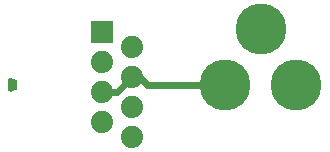
<source format=gbl>
G75*
G70*
%OFA0B0*%
%FSLAX24Y24*%
%IPPOS*%
%LPD*%
%AMOC8*
5,1,8,0,0,1.08239X$1,22.5*
%
%ADD10C,0.0740*%
%ADD11R,0.0740X0.0740*%
%ADD12C,0.1700*%
%ADD13C,0.0000*%
%ADD14C,0.0001*%
%ADD15C,0.0240*%
D10*
X006892Y001890D03*
X007892Y001390D03*
X007892Y002390D03*
X006892Y002890D03*
X007892Y003390D03*
X006892Y003890D03*
X007892Y004390D03*
D11*
X006892Y004890D03*
D12*
X010998Y003140D03*
X013360Y003140D03*
X012179Y004990D03*
D13*
X004016Y003296D02*
X004016Y003044D01*
X004016Y003012D01*
X003988Y003004D01*
X003961Y002992D01*
X003929Y002984D01*
X003902Y002973D01*
X003874Y002961D01*
X003847Y002953D01*
X003819Y002941D01*
X003796Y002953D01*
X003768Y002965D01*
X003744Y002977D01*
X003744Y003335D01*
X003768Y003343D01*
X003796Y003355D01*
X003819Y003366D01*
X003847Y003355D01*
X003874Y003347D01*
X003902Y003335D01*
X003929Y003327D01*
X003961Y003315D01*
X003988Y003303D01*
X004016Y003296D01*
D14*
X004016Y003295D02*
X003744Y003295D01*
X003744Y003296D02*
X004015Y003296D01*
X004016Y003294D02*
X003744Y003294D01*
X003744Y003293D02*
X004016Y003293D01*
X004016Y003292D02*
X003744Y003292D01*
X003744Y003291D02*
X004016Y003291D01*
X004016Y003290D02*
X003744Y003290D01*
X003744Y003289D02*
X004016Y003289D01*
X004016Y003288D02*
X003744Y003288D01*
X003744Y003287D02*
X004016Y003287D01*
X004016Y003286D02*
X003744Y003286D01*
X003744Y003285D02*
X004016Y003285D01*
X004016Y003284D02*
X003744Y003284D01*
X003744Y003283D02*
X004016Y003283D01*
X004016Y003282D02*
X003744Y003282D01*
X003744Y003281D02*
X004016Y003281D01*
X004016Y003280D02*
X003744Y003280D01*
X003744Y003279D02*
X004016Y003279D01*
X004016Y003278D02*
X003744Y003278D01*
X003744Y003277D02*
X004016Y003277D01*
X004016Y003276D02*
X003744Y003276D01*
X003744Y003275D02*
X004016Y003275D01*
X004016Y003274D02*
X003744Y003274D01*
X003744Y003273D02*
X004016Y003273D01*
X004016Y003272D02*
X003744Y003272D01*
X003744Y003271D02*
X004016Y003271D01*
X004016Y003270D02*
X003744Y003270D01*
X003744Y003269D02*
X004016Y003269D01*
X004016Y003268D02*
X003744Y003268D01*
X003744Y003267D02*
X004016Y003267D01*
X004016Y003266D02*
X003744Y003266D01*
X003744Y003265D02*
X004016Y003265D01*
X004016Y003264D02*
X003744Y003264D01*
X003744Y003263D02*
X004016Y003263D01*
X004016Y003262D02*
X003744Y003262D01*
X003744Y003261D02*
X004016Y003261D01*
X004016Y003260D02*
X003744Y003260D01*
X003744Y003259D02*
X004016Y003259D01*
X004016Y003258D02*
X003744Y003258D01*
X003744Y003257D02*
X004016Y003257D01*
X004016Y003256D02*
X003744Y003256D01*
X003744Y003255D02*
X004016Y003255D01*
X004016Y003254D02*
X003744Y003254D01*
X003744Y003253D02*
X004016Y003253D01*
X004016Y003252D02*
X003744Y003252D01*
X003744Y003251D02*
X004016Y003251D01*
X004016Y003250D02*
X003744Y003250D01*
X003744Y003249D02*
X004016Y003249D01*
X004016Y003248D02*
X003744Y003248D01*
X003744Y003247D02*
X004016Y003247D01*
X004016Y003246D02*
X003744Y003246D01*
X003744Y003245D02*
X004016Y003245D01*
X004016Y003244D02*
X003744Y003244D01*
X003744Y003243D02*
X004016Y003243D01*
X004016Y003242D02*
X003744Y003242D01*
X003744Y003241D02*
X004016Y003241D01*
X004016Y003240D02*
X003744Y003240D01*
X003744Y003239D02*
X004016Y003239D01*
X004016Y003238D02*
X003744Y003238D01*
X003744Y003237D02*
X004016Y003237D01*
X004016Y003236D02*
X003744Y003236D01*
X003744Y003235D02*
X004016Y003235D01*
X004016Y003234D02*
X003744Y003234D01*
X003744Y003233D02*
X004016Y003233D01*
X004016Y003232D02*
X003744Y003232D01*
X003744Y003231D02*
X004016Y003231D01*
X004016Y003230D02*
X003744Y003230D01*
X003744Y003229D02*
X004016Y003229D01*
X004016Y003228D02*
X003744Y003228D01*
X003744Y003227D02*
X004016Y003227D01*
X004016Y003226D02*
X003744Y003226D01*
X003744Y003225D02*
X004016Y003225D01*
X004016Y003224D02*
X003744Y003224D01*
X003744Y003223D02*
X004016Y003223D01*
X004016Y003222D02*
X003744Y003222D01*
X003744Y003221D02*
X004016Y003221D01*
X004016Y003220D02*
X003744Y003220D01*
X003744Y003219D02*
X004016Y003219D01*
X004016Y003218D02*
X003744Y003218D01*
X003744Y003217D02*
X004016Y003217D01*
X004016Y003216D02*
X003744Y003216D01*
X003744Y003215D02*
X004016Y003215D01*
X004016Y003214D02*
X003744Y003214D01*
X003744Y003213D02*
X004016Y003213D01*
X004016Y003212D02*
X003744Y003212D01*
X003744Y003211D02*
X004016Y003211D01*
X004016Y003210D02*
X003744Y003210D01*
X003744Y003209D02*
X004016Y003209D01*
X004016Y003208D02*
X003744Y003208D01*
X003744Y003207D02*
X004016Y003207D01*
X004016Y003206D02*
X003744Y003206D01*
X003744Y003205D02*
X004016Y003205D01*
X004016Y003204D02*
X003744Y003204D01*
X003744Y003203D02*
X004016Y003203D01*
X004016Y003202D02*
X003744Y003202D01*
X003744Y003201D02*
X004016Y003201D01*
X004016Y003200D02*
X003744Y003200D01*
X003744Y003199D02*
X004016Y003199D01*
X004016Y003198D02*
X003744Y003198D01*
X003744Y003197D02*
X004016Y003197D01*
X004016Y003196D02*
X003744Y003196D01*
X003744Y003195D02*
X004016Y003195D01*
X004016Y003194D02*
X003744Y003194D01*
X003744Y003193D02*
X004016Y003193D01*
X004016Y003192D02*
X003744Y003192D01*
X003744Y003191D02*
X004016Y003191D01*
X004016Y003190D02*
X003744Y003190D01*
X003744Y003189D02*
X004016Y003189D01*
X004016Y003188D02*
X003744Y003188D01*
X003744Y003187D02*
X004016Y003187D01*
X004016Y003186D02*
X003744Y003186D01*
X003744Y003185D02*
X004016Y003185D01*
X004016Y003184D02*
X003744Y003184D01*
X003744Y003183D02*
X004016Y003183D01*
X004016Y003182D02*
X003744Y003182D01*
X003744Y003181D02*
X004016Y003181D01*
X004016Y003180D02*
X003744Y003180D01*
X003744Y003179D02*
X004016Y003179D01*
X004016Y003178D02*
X003744Y003178D01*
X003744Y003177D02*
X004016Y003177D01*
X004016Y003176D02*
X003744Y003176D01*
X003744Y003175D02*
X004016Y003175D01*
X004016Y003174D02*
X003744Y003174D01*
X003744Y003173D02*
X004016Y003173D01*
X004016Y003172D02*
X003744Y003172D01*
X003744Y003171D02*
X004016Y003171D01*
X004016Y003170D02*
X003744Y003170D01*
X003744Y003169D02*
X004016Y003169D01*
X004016Y003168D02*
X003744Y003168D01*
X003744Y003167D02*
X004016Y003167D01*
X004016Y003166D02*
X003744Y003166D01*
X003744Y003165D02*
X004016Y003165D01*
X004016Y003164D02*
X003744Y003164D01*
X003744Y003163D02*
X004016Y003163D01*
X004016Y003162D02*
X003744Y003162D01*
X003744Y003161D02*
X004016Y003161D01*
X004016Y003160D02*
X003744Y003160D01*
X003744Y003159D02*
X004016Y003159D01*
X004016Y003158D02*
X003744Y003158D01*
X003744Y003157D02*
X004016Y003157D01*
X004016Y003156D02*
X003744Y003156D01*
X003744Y003155D02*
X004016Y003155D01*
X004016Y003154D02*
X003744Y003154D01*
X003744Y003153D02*
X004016Y003153D01*
X004016Y003152D02*
X003744Y003152D01*
X003744Y003151D02*
X004016Y003151D01*
X004016Y003150D02*
X003744Y003150D01*
X003744Y003149D02*
X004016Y003149D01*
X004016Y003148D02*
X003744Y003148D01*
X003744Y003147D02*
X004016Y003147D01*
X004016Y003146D02*
X003744Y003146D01*
X003744Y003145D02*
X004016Y003145D01*
X004016Y003144D02*
X003744Y003144D01*
X003744Y003143D02*
X004016Y003143D01*
X004016Y003142D02*
X003744Y003142D01*
X003744Y003141D02*
X004016Y003141D01*
X004016Y003140D02*
X003744Y003140D01*
X003744Y003139D02*
X004016Y003139D01*
X004016Y003138D02*
X003744Y003138D01*
X003744Y003137D02*
X004016Y003137D01*
X004016Y003136D02*
X003744Y003136D01*
X003744Y003135D02*
X004016Y003135D01*
X004016Y003134D02*
X003744Y003134D01*
X003744Y003133D02*
X004016Y003133D01*
X004016Y003132D02*
X003744Y003132D01*
X003744Y003131D02*
X004016Y003131D01*
X004016Y003130D02*
X003744Y003130D01*
X003744Y003129D02*
X004016Y003129D01*
X004016Y003128D02*
X003744Y003128D01*
X003744Y003127D02*
X004016Y003127D01*
X004016Y003126D02*
X003744Y003126D01*
X003744Y003125D02*
X004016Y003125D01*
X004016Y003124D02*
X003744Y003124D01*
X003744Y003123D02*
X004016Y003123D01*
X004016Y003122D02*
X003744Y003122D01*
X003744Y003121D02*
X004016Y003121D01*
X004016Y003120D02*
X003744Y003120D01*
X003744Y003119D02*
X004016Y003119D01*
X004016Y003118D02*
X003744Y003118D01*
X003744Y003117D02*
X004016Y003117D01*
X004016Y003116D02*
X003744Y003116D01*
X003744Y003115D02*
X004016Y003115D01*
X004016Y003114D02*
X003744Y003114D01*
X003744Y003113D02*
X004016Y003113D01*
X004016Y003112D02*
X003744Y003112D01*
X003744Y003111D02*
X004016Y003111D01*
X004016Y003110D02*
X003744Y003110D01*
X003744Y003109D02*
X004016Y003109D01*
X004016Y003108D02*
X003744Y003108D01*
X003744Y003107D02*
X004016Y003107D01*
X004016Y003106D02*
X003744Y003106D01*
X003744Y003105D02*
X004016Y003105D01*
X004016Y003104D02*
X003744Y003104D01*
X003744Y003103D02*
X004016Y003103D01*
X004016Y003102D02*
X003744Y003102D01*
X003744Y003101D02*
X004016Y003101D01*
X004016Y003100D02*
X003744Y003100D01*
X003744Y003099D02*
X004016Y003099D01*
X004016Y003098D02*
X003744Y003098D01*
X003744Y003097D02*
X004016Y003097D01*
X004016Y003096D02*
X003744Y003096D01*
X003744Y003095D02*
X004016Y003095D01*
X004016Y003094D02*
X003744Y003094D01*
X003744Y003093D02*
X004016Y003093D01*
X004016Y003092D02*
X003744Y003092D01*
X003744Y003091D02*
X004016Y003091D01*
X004016Y003090D02*
X003744Y003090D01*
X003744Y003089D02*
X004016Y003089D01*
X004016Y003088D02*
X003744Y003088D01*
X003744Y003087D02*
X004016Y003087D01*
X004016Y003086D02*
X003744Y003086D01*
X003744Y003085D02*
X004016Y003085D01*
X004016Y003084D02*
X003744Y003084D01*
X003744Y003083D02*
X004016Y003083D01*
X004016Y003082D02*
X003744Y003082D01*
X003744Y003081D02*
X004016Y003081D01*
X004016Y003080D02*
X003744Y003080D01*
X003744Y003079D02*
X004016Y003079D01*
X004016Y003078D02*
X003744Y003078D01*
X003744Y003077D02*
X004016Y003077D01*
X004016Y003076D02*
X003744Y003076D01*
X003744Y003075D02*
X004016Y003075D01*
X004016Y003074D02*
X003744Y003074D01*
X003744Y003073D02*
X004016Y003073D01*
X004016Y003072D02*
X003744Y003072D01*
X003744Y003071D02*
X004016Y003071D01*
X004016Y003070D02*
X003744Y003070D01*
X003744Y003069D02*
X004016Y003069D01*
X004016Y003068D02*
X003744Y003068D01*
X003744Y003067D02*
X004016Y003067D01*
X004016Y003066D02*
X003744Y003066D01*
X003744Y003065D02*
X004016Y003065D01*
X004016Y003064D02*
X003744Y003064D01*
X003744Y003063D02*
X004016Y003063D01*
X004016Y003062D02*
X003744Y003062D01*
X003744Y003061D02*
X004016Y003061D01*
X004016Y003060D02*
X003744Y003060D01*
X003744Y003059D02*
X004016Y003059D01*
X004016Y003058D02*
X003744Y003058D01*
X003744Y003057D02*
X004016Y003057D01*
X004016Y003056D02*
X003744Y003056D01*
X003744Y003055D02*
X004016Y003055D01*
X004016Y003054D02*
X003744Y003054D01*
X003744Y003053D02*
X004016Y003053D01*
X004016Y003052D02*
X003744Y003052D01*
X003744Y003051D02*
X004016Y003051D01*
X004016Y003050D02*
X003744Y003050D01*
X003744Y003049D02*
X004016Y003049D01*
X004016Y003048D02*
X003744Y003048D01*
X003744Y003047D02*
X004016Y003047D01*
X004016Y003046D02*
X003744Y003046D01*
X003744Y003045D02*
X004016Y003045D01*
X004016Y003044D02*
X003744Y003044D01*
X003744Y003043D02*
X004016Y003043D01*
X004016Y003042D02*
X003744Y003042D01*
X003744Y003041D02*
X004016Y003041D01*
X004016Y003040D02*
X003744Y003040D01*
X003744Y003039D02*
X004016Y003039D01*
X004016Y003038D02*
X003744Y003038D01*
X003744Y003037D02*
X004016Y003037D01*
X004016Y003036D02*
X003744Y003036D01*
X003744Y003035D02*
X004016Y003035D01*
X004016Y003034D02*
X003744Y003034D01*
X003744Y003033D02*
X004016Y003033D01*
X004016Y003032D02*
X003744Y003032D01*
X003744Y003031D02*
X004016Y003031D01*
X004016Y003030D02*
X003744Y003030D01*
X003744Y003029D02*
X004016Y003029D01*
X004016Y003028D02*
X003744Y003028D01*
X003744Y003027D02*
X004016Y003027D01*
X004016Y003026D02*
X003744Y003026D01*
X003744Y003025D02*
X004016Y003025D01*
X004016Y003024D02*
X003744Y003024D01*
X003744Y003023D02*
X004016Y003023D01*
X004016Y003022D02*
X003744Y003022D01*
X003744Y003021D02*
X004016Y003021D01*
X004016Y003020D02*
X003744Y003020D01*
X003744Y003019D02*
X004016Y003019D01*
X004016Y003018D02*
X003744Y003018D01*
X003744Y003017D02*
X004016Y003017D01*
X004016Y003016D02*
X003744Y003016D01*
X003744Y003015D02*
X004016Y003015D01*
X004016Y003014D02*
X003744Y003014D01*
X003744Y003013D02*
X004016Y003013D01*
X004016Y003012D02*
X003744Y003012D01*
X003744Y003011D02*
X004013Y003011D01*
X004009Y003010D02*
X003744Y003010D01*
X003744Y003009D02*
X004006Y003009D01*
X004002Y003008D02*
X003744Y003008D01*
X003744Y003007D02*
X003999Y003007D01*
X003995Y003006D02*
X003744Y003006D01*
X003744Y003005D02*
X003992Y003005D01*
X003988Y003004D02*
X003744Y003004D01*
X003744Y003003D02*
X003986Y003003D01*
X003984Y003002D02*
X003744Y003002D01*
X003744Y003001D02*
X003981Y003001D01*
X003979Y003000D02*
X003744Y003000D01*
X003744Y002999D02*
X003977Y002999D01*
X003974Y002998D02*
X003744Y002998D01*
X003744Y002997D02*
X003972Y002997D01*
X003970Y002996D02*
X003744Y002996D01*
X003744Y002995D02*
X003967Y002995D01*
X003965Y002994D02*
X003744Y002994D01*
X003744Y002993D02*
X003963Y002993D01*
X003960Y002992D02*
X003744Y002992D01*
X003744Y002991D02*
X003956Y002991D01*
X003952Y002990D02*
X003744Y002990D01*
X003744Y002989D02*
X003948Y002989D01*
X003944Y002988D02*
X003744Y002988D01*
X003744Y002987D02*
X003940Y002987D01*
X003936Y002986D02*
X003744Y002986D01*
X003744Y002985D02*
X003932Y002985D01*
X003929Y002984D02*
X003744Y002984D01*
X003744Y002983D02*
X003926Y002983D01*
X003924Y002982D02*
X003744Y002982D01*
X003744Y002981D02*
X003922Y002981D01*
X003919Y002980D02*
X003744Y002980D01*
X003744Y002979D02*
X003917Y002979D01*
X003915Y002978D02*
X003744Y002978D01*
X003744Y002977D02*
X003912Y002977D01*
X003910Y002976D02*
X003745Y002976D01*
X003747Y002975D02*
X003908Y002975D01*
X003905Y002974D02*
X003749Y002974D01*
X003751Y002973D02*
X003903Y002973D01*
X003901Y002972D02*
X003753Y002972D01*
X003755Y002971D02*
X003898Y002971D01*
X003896Y002970D02*
X003757Y002970D01*
X003759Y002969D02*
X003894Y002969D01*
X003891Y002968D02*
X003761Y002968D01*
X003763Y002967D02*
X003889Y002967D01*
X003887Y002966D02*
X003765Y002966D01*
X003767Y002965D02*
X003884Y002965D01*
X003882Y002964D02*
X003769Y002964D01*
X003772Y002963D02*
X003880Y002963D01*
X003877Y002962D02*
X003774Y002962D01*
X003776Y002961D02*
X003875Y002961D01*
X003872Y002960D02*
X003779Y002960D01*
X003781Y002959D02*
X003868Y002959D01*
X003865Y002958D02*
X003783Y002958D01*
X003786Y002957D02*
X003862Y002957D01*
X003858Y002956D02*
X003788Y002956D01*
X003790Y002955D02*
X003855Y002955D01*
X003851Y002954D02*
X003793Y002954D01*
X003795Y002953D02*
X003848Y002953D01*
X003845Y002952D02*
X003797Y002952D01*
X003799Y002951D02*
X003843Y002951D01*
X003840Y002950D02*
X003801Y002950D01*
X003803Y002949D02*
X003838Y002949D01*
X003836Y002948D02*
X003805Y002948D01*
X003807Y002947D02*
X003833Y002947D01*
X003831Y002946D02*
X003809Y002946D01*
X003811Y002945D02*
X003829Y002945D01*
X003826Y002944D02*
X003813Y002944D01*
X003815Y002943D02*
X003824Y002943D01*
X003822Y002942D02*
X003817Y002942D01*
X003819Y002941D02*
X003819Y002941D01*
X003744Y003297D02*
X004011Y003297D01*
X004008Y003298D02*
X003744Y003298D01*
X003744Y003299D02*
X004004Y003299D01*
X004001Y003300D02*
X003744Y003300D01*
X003744Y003301D02*
X003997Y003301D01*
X003994Y003302D02*
X003744Y003302D01*
X003744Y003303D02*
X003990Y003303D01*
X003987Y003304D02*
X003744Y003304D01*
X003744Y003305D02*
X003985Y003305D01*
X003983Y003306D02*
X003744Y003306D01*
X003744Y003307D02*
X003980Y003307D01*
X003978Y003308D02*
X003744Y003308D01*
X003744Y003309D02*
X003976Y003309D01*
X003973Y003310D02*
X003744Y003310D01*
X003744Y003311D02*
X003971Y003311D01*
X003969Y003312D02*
X003744Y003312D01*
X003744Y003313D02*
X003966Y003313D01*
X003964Y003314D02*
X003744Y003314D01*
X003744Y003315D02*
X003962Y003315D01*
X003959Y003316D02*
X003744Y003316D01*
X003744Y003317D02*
X003956Y003317D01*
X003954Y003318D02*
X003744Y003318D01*
X003744Y003319D02*
X003951Y003319D01*
X003948Y003320D02*
X003744Y003320D01*
X003744Y003321D02*
X003946Y003321D01*
X003943Y003322D02*
X003744Y003322D01*
X003744Y003323D02*
X003940Y003323D01*
X003938Y003324D02*
X003744Y003324D01*
X003744Y003325D02*
X003935Y003325D01*
X003932Y003326D02*
X003744Y003326D01*
X003744Y003327D02*
X003930Y003327D01*
X003926Y003328D02*
X003744Y003328D01*
X003744Y003329D02*
X003923Y003329D01*
X003919Y003330D02*
X003744Y003330D01*
X003744Y003331D02*
X003916Y003331D01*
X003912Y003332D02*
X003744Y003332D01*
X003744Y003333D02*
X003909Y003333D01*
X003905Y003334D02*
X003744Y003334D01*
X003744Y003335D02*
X003902Y003335D01*
X003900Y003336D02*
X003747Y003336D01*
X003750Y003337D02*
X003897Y003337D01*
X003895Y003338D02*
X003753Y003338D01*
X003756Y003339D02*
X003893Y003339D01*
X003890Y003340D02*
X003759Y003340D01*
X003762Y003341D02*
X003888Y003341D01*
X003886Y003342D02*
X003765Y003342D01*
X003768Y003343D02*
X003883Y003343D01*
X003881Y003344D02*
X003770Y003344D01*
X003773Y003345D02*
X003879Y003345D01*
X003876Y003346D02*
X003775Y003346D01*
X003777Y003347D02*
X003874Y003347D01*
X003870Y003348D02*
X003780Y003348D01*
X003782Y003349D02*
X003867Y003349D01*
X003863Y003350D02*
X003784Y003350D01*
X003787Y003351D02*
X003860Y003351D01*
X003856Y003352D02*
X003789Y003352D01*
X003791Y003353D02*
X003853Y003353D01*
X003849Y003354D02*
X003794Y003354D01*
X003796Y003355D02*
X003846Y003355D01*
X003844Y003356D02*
X003798Y003356D01*
X003800Y003357D02*
X003841Y003357D01*
X003839Y003358D02*
X003802Y003358D01*
X003804Y003359D02*
X003837Y003359D01*
X003834Y003360D02*
X003806Y003360D01*
X003808Y003361D02*
X003832Y003361D01*
X003830Y003362D02*
X003810Y003362D01*
X003812Y003363D02*
X003827Y003363D01*
X003825Y003364D02*
X003814Y003364D01*
X003816Y003365D02*
X003823Y003365D01*
X003820Y003366D02*
X003818Y003366D01*
D15*
X006892Y002890D02*
X007392Y002890D01*
X007892Y003390D01*
X008142Y003390D01*
X008392Y003140D01*
X010998Y003140D01*
M02*

</source>
